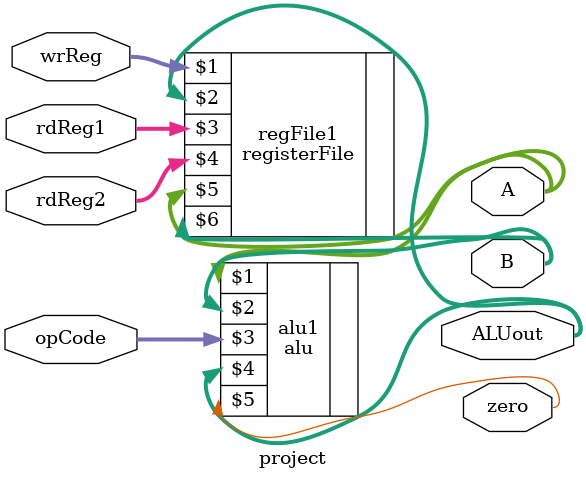
<source format=v>
module project (
	// input wrEnable, 
	input [4:0] wrReg, 
	input [4:0] rdReg1, 
	input [4:0] rdReg2,
	input [5:0] opCode,  
	output signed [31:0] A,
	output signed [31:0] B,
	output signed [31:0] ALUout, 
	output zero
);

	wire signed [31:0] A;
	wire signed [31:0] B;
	
	registerFile regFile1 (wrReg, ALUout, rdReg1, rdReg2, A, B);
	alu alu1 (A, B, opCode, ALUout, zero);

endmodule
 
</source>
